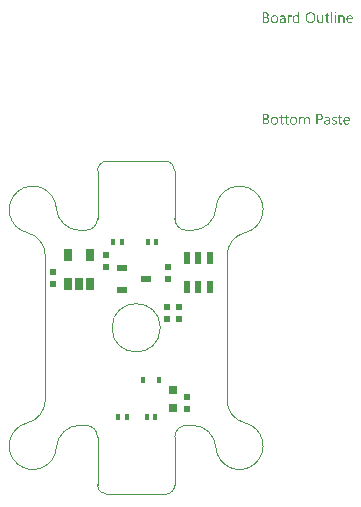
<source format=gbp>
G04*
G04 #@! TF.GenerationSoftware,Altium Limited,Altium Designer,21.8.1 (53)*
G04*
G04 Layer_Color=128*
%FSAX25Y25*%
%MOIN*%
G70*
G04*
G04 #@! TF.SameCoordinates,905CEB84-E458-47E2-99EE-E5A9494BEB7C*
G04*
G04*
G04 #@! TF.FilePolarity,Positive*
G04*
G01*
G75*
%ADD10C,0.00394*%
%ADD23R,0.02362X0.03937*%
%ADD25R,0.02756X0.03937*%
%ADD26R,0.02165X0.01968*%
%ADD30R,0.01968X0.02165*%
%ADD31R,0.01968X0.02165*%
%ADD32R,0.02165X0.01968*%
%ADD34R,0.03543X0.02362*%
%ADD47R,0.02756X0.02756*%
%ADD48R,0.01280X0.02461*%
%ADD49R,0.01575X0.02362*%
G36*
X0066434Y0137775D02*
X0066458D01*
X0066514Y0137751D01*
X0066545Y0137732D01*
X0066576Y0137707D01*
X0066582Y0137701D01*
X0066588Y0137695D01*
X0066619Y0137658D01*
X0066644Y0137596D01*
X0066650Y0137559D01*
X0066656Y0137522D01*
Y0137515D01*
Y0137503D01*
X0066650Y0137484D01*
X0066644Y0137460D01*
X0066625Y0137398D01*
X0066601Y0137367D01*
X0066576Y0137336D01*
X0066570D01*
X0066563Y0137323D01*
X0066526Y0137299D01*
X0066471Y0137274D01*
X0066434Y0137268D01*
X0066396Y0137262D01*
X0066378D01*
X0066359Y0137268D01*
X0066334D01*
X0066273Y0137293D01*
X0066242Y0137305D01*
X0066211Y0137330D01*
Y0137336D01*
X0066198Y0137342D01*
X0066186Y0137361D01*
X0066173Y0137379D01*
X0066149Y0137441D01*
X0066143Y0137478D01*
X0066136Y0137522D01*
Y0137528D01*
Y0137540D01*
X0066143Y0137559D01*
X0066149Y0137590D01*
X0066167Y0137645D01*
X0066186Y0137676D01*
X0066211Y0137707D01*
X0066217Y0137713D01*
X0066223Y0137720D01*
X0066260Y0137744D01*
X0066322Y0137769D01*
X0066359Y0137782D01*
X0066415D01*
X0066434Y0137775D01*
D02*
G37*
G36*
X0054444Y0134111D02*
X0054041D01*
Y0134532D01*
X0054029D01*
Y0134526D01*
X0054016Y0134513D01*
X0053998Y0134488D01*
X0053979Y0134458D01*
X0053948Y0134420D01*
X0053911Y0134383D01*
X0053868Y0134340D01*
X0053818Y0134297D01*
X0053763Y0134247D01*
X0053694Y0134204D01*
X0053626Y0134167D01*
X0053546Y0134129D01*
X0053465Y0134098D01*
X0053373Y0134074D01*
X0053274Y0134061D01*
X0053168Y0134055D01*
X0053125D01*
X0053088Y0134061D01*
X0053051Y0134067D01*
X0053001Y0134074D01*
X0052896Y0134098D01*
X0052772Y0134136D01*
X0052648Y0134197D01*
X0052580Y0134235D01*
X0052525Y0134278D01*
X0052463Y0134334D01*
X0052407Y0134389D01*
Y0134396D01*
X0052395Y0134408D01*
X0052382Y0134426D01*
X0052364Y0134451D01*
X0052345Y0134482D01*
X0052320Y0134526D01*
X0052296Y0134575D01*
X0052271Y0134631D01*
X0052240Y0134693D01*
X0052215Y0134761D01*
X0052190Y0134835D01*
X0052172Y0134915D01*
X0052153Y0135002D01*
X0052141Y0135101D01*
X0052135Y0135200D01*
X0052128Y0135306D01*
Y0135312D01*
Y0135330D01*
Y0135367D01*
X0052135Y0135411D01*
X0052141Y0135460D01*
X0052147Y0135522D01*
X0052153Y0135590D01*
X0052166Y0135664D01*
X0052203Y0135826D01*
X0052258Y0135993D01*
X0052296Y0136073D01*
X0052339Y0136153D01*
X0052382Y0136228D01*
X0052438Y0136302D01*
X0052444Y0136308D01*
X0052450Y0136321D01*
X0052469Y0136339D01*
X0052494Y0136364D01*
X0052525Y0136389D01*
X0052568Y0136420D01*
X0052611Y0136457D01*
X0052661Y0136494D01*
X0052785Y0136562D01*
X0052927Y0136624D01*
X0053007Y0136643D01*
X0053094Y0136661D01*
X0053181Y0136673D01*
X0053280Y0136680D01*
X0053329D01*
X0053366Y0136673D01*
X0053404Y0136667D01*
X0053453Y0136661D01*
X0053565Y0136630D01*
X0053688Y0136581D01*
X0053750Y0136550D01*
X0053812Y0136506D01*
X0053874Y0136463D01*
X0053930Y0136407D01*
X0053979Y0136345D01*
X0054029Y0136271D01*
X0054041D01*
Y0137831D01*
X0054444D01*
Y0134111D01*
D02*
G37*
G36*
X0068711Y0136673D02*
X0068786Y0136667D01*
X0068879Y0136649D01*
X0068978Y0136618D01*
X0069083Y0136568D01*
X0069188Y0136500D01*
X0069231Y0136463D01*
X0069275Y0136414D01*
X0069287Y0136401D01*
X0069312Y0136364D01*
X0069343Y0136302D01*
X0069386Y0136215D01*
X0069423Y0136110D01*
X0069460Y0135980D01*
X0069485Y0135826D01*
X0069491Y0135646D01*
Y0134111D01*
X0069089D01*
Y0135541D01*
Y0135547D01*
Y0135578D01*
X0069083Y0135615D01*
Y0135664D01*
X0069070Y0135726D01*
X0069058Y0135794D01*
X0069039Y0135869D01*
X0069015Y0135943D01*
X0068984Y0136017D01*
X0068947Y0136085D01*
X0068897Y0136153D01*
X0068841Y0136215D01*
X0068779Y0136265D01*
X0068699Y0136302D01*
X0068612Y0136333D01*
X0068507Y0136339D01*
X0068495D01*
X0068458Y0136333D01*
X0068402Y0136327D01*
X0068334Y0136308D01*
X0068253Y0136284D01*
X0068167Y0136240D01*
X0068086Y0136185D01*
X0068006Y0136110D01*
X0068000Y0136098D01*
X0067975Y0136073D01*
X0067944Y0136024D01*
X0067907Y0135956D01*
X0067870Y0135875D01*
X0067839Y0135776D01*
X0067814Y0135664D01*
X0067808Y0135541D01*
Y0134111D01*
X0067405D01*
Y0136624D01*
X0067808D01*
Y0136203D01*
X0067820D01*
X0067826Y0136209D01*
X0067832Y0136222D01*
X0067851Y0136246D01*
X0067876Y0136277D01*
X0067901Y0136314D01*
X0067938Y0136352D01*
X0067981Y0136395D01*
X0068031Y0136444D01*
X0068086Y0136488D01*
X0068148Y0136531D01*
X0068216Y0136568D01*
X0068291Y0136605D01*
X0068365Y0136636D01*
X0068451Y0136661D01*
X0068544Y0136673D01*
X0068643Y0136680D01*
X0068681D01*
X0068711Y0136673D01*
D02*
G37*
G36*
X0051714Y0136661D02*
X0051788Y0136655D01*
X0051831Y0136643D01*
X0051862Y0136630D01*
Y0136215D01*
X0051856Y0136222D01*
X0051844Y0136228D01*
X0051819Y0136240D01*
X0051788Y0136259D01*
X0051745Y0136271D01*
X0051689Y0136284D01*
X0051627Y0136290D01*
X0051559Y0136296D01*
X0051547D01*
X0051516Y0136290D01*
X0051466Y0136284D01*
X0051410Y0136265D01*
X0051336Y0136234D01*
X0051268Y0136191D01*
X0051194Y0136129D01*
X0051126Y0136048D01*
X0051119Y0136036D01*
X0051101Y0136005D01*
X0051070Y0135949D01*
X0051039Y0135875D01*
X0051008Y0135782D01*
X0050977Y0135664D01*
X0050959Y0135535D01*
X0050952Y0135386D01*
Y0134111D01*
X0050550D01*
Y0136624D01*
X0050952D01*
Y0136104D01*
X0050965D01*
Y0136110D01*
X0050971Y0136116D01*
X0050983Y0136147D01*
X0051002Y0136197D01*
X0051033Y0136259D01*
X0051064Y0136321D01*
X0051113Y0136389D01*
X0051163Y0136457D01*
X0051225Y0136519D01*
X0051231Y0136525D01*
X0051256Y0136544D01*
X0051293Y0136568D01*
X0051342Y0136593D01*
X0051398Y0136618D01*
X0051466Y0136643D01*
X0051540Y0136661D01*
X0051621Y0136667D01*
X0051676D01*
X0051714Y0136661D01*
D02*
G37*
G36*
X0062453Y0134111D02*
X0062051D01*
Y0134507D01*
X0062039D01*
Y0134501D01*
X0062026Y0134488D01*
X0062014Y0134464D01*
X0061989Y0134439D01*
X0061933Y0134365D01*
X0061847Y0134284D01*
X0061797Y0134241D01*
X0061742Y0134197D01*
X0061680Y0134160D01*
X0061605Y0134123D01*
X0061531Y0134098D01*
X0061450Y0134074D01*
X0061358Y0134061D01*
X0061265Y0134055D01*
X0061228D01*
X0061184Y0134061D01*
X0061123Y0134074D01*
X0061054Y0134086D01*
X0060980Y0134111D01*
X0060900Y0134142D01*
X0060819Y0134191D01*
X0060733Y0134247D01*
X0060652Y0134315D01*
X0060578Y0134402D01*
X0060510Y0134507D01*
X0060448Y0134625D01*
X0060404Y0134767D01*
X0060380Y0134934D01*
X0060367Y0135021D01*
Y0135120D01*
Y0136624D01*
X0060764D01*
Y0135182D01*
Y0135176D01*
Y0135151D01*
X0060770Y0135107D01*
X0060776Y0135058D01*
X0060782Y0134996D01*
X0060794Y0134934D01*
X0060813Y0134860D01*
X0060838Y0134785D01*
X0060875Y0134711D01*
X0060912Y0134643D01*
X0060962Y0134575D01*
X0061023Y0134513D01*
X0061092Y0134464D01*
X0061172Y0134426D01*
X0061271Y0134396D01*
X0061376Y0134389D01*
X0061389D01*
X0061426Y0134396D01*
X0061481Y0134402D01*
X0061543Y0134414D01*
X0061624Y0134445D01*
X0061704Y0134482D01*
X0061785Y0134532D01*
X0061859Y0134606D01*
X0061865Y0134618D01*
X0061890Y0134643D01*
X0061921Y0134693D01*
X0061958Y0134761D01*
X0061989Y0134841D01*
X0062020Y0134940D01*
X0062045Y0135052D01*
X0062051Y0135176D01*
Y0136624D01*
X0062453D01*
Y0134111D01*
D02*
G37*
G36*
X0066588D02*
X0066186D01*
Y0136624D01*
X0066588D01*
Y0134111D01*
D02*
G37*
G36*
X0065369D02*
X0064966D01*
Y0137831D01*
X0065369D01*
Y0134111D01*
D02*
G37*
G36*
X0048990Y0136673D02*
X0049046Y0136667D01*
X0049114Y0136649D01*
X0049188Y0136630D01*
X0049269Y0136599D01*
X0049355Y0136562D01*
X0049436Y0136513D01*
X0049516Y0136451D01*
X0049591Y0136376D01*
X0049659Y0136284D01*
X0049714Y0136178D01*
X0049758Y0136055D01*
X0049782Y0135912D01*
X0049795Y0135745D01*
Y0134111D01*
X0049392D01*
Y0134501D01*
X0049380D01*
Y0134495D01*
X0049368Y0134482D01*
X0049355Y0134458D01*
X0049330Y0134433D01*
X0049269Y0134358D01*
X0049188Y0134278D01*
X0049077Y0134197D01*
X0048947Y0134123D01*
X0048866Y0134098D01*
X0048786Y0134074D01*
X0048699Y0134061D01*
X0048606Y0134055D01*
X0048569D01*
X0048544Y0134061D01*
X0048476Y0134067D01*
X0048396Y0134080D01*
X0048297Y0134105D01*
X0048204Y0134136D01*
X0048105Y0134185D01*
X0048018Y0134247D01*
X0048012Y0134259D01*
X0047987Y0134284D01*
X0047950Y0134327D01*
X0047913Y0134389D01*
X0047876Y0134464D01*
X0047839Y0134550D01*
X0047814Y0134656D01*
X0047808Y0134773D01*
Y0134779D01*
Y0134804D01*
X0047814Y0134841D01*
X0047820Y0134885D01*
X0047833Y0134940D01*
X0047851Y0135002D01*
X0047876Y0135070D01*
X0047913Y0135138D01*
X0047956Y0135213D01*
X0048012Y0135287D01*
X0048080Y0135355D01*
X0048161Y0135417D01*
X0048254Y0135479D01*
X0048365Y0135528D01*
X0048489Y0135565D01*
X0048637Y0135596D01*
X0049392Y0135702D01*
Y0135708D01*
Y0135726D01*
X0049386Y0135764D01*
Y0135801D01*
X0049374Y0135850D01*
X0049368Y0135906D01*
X0049330Y0136024D01*
X0049300Y0136079D01*
X0049269Y0136135D01*
X0049225Y0136191D01*
X0049176Y0136240D01*
X0049114Y0136284D01*
X0049046Y0136314D01*
X0048965Y0136333D01*
X0048873Y0136339D01*
X0048829D01*
X0048798Y0136333D01*
X0048755D01*
X0048711Y0136321D01*
X0048600Y0136302D01*
X0048476Y0136265D01*
X0048340Y0136209D01*
X0048266Y0136172D01*
X0048198Y0136135D01*
X0048123Y0136085D01*
X0048055Y0136030D01*
Y0136444D01*
X0048062D01*
X0048074Y0136457D01*
X0048092Y0136469D01*
X0048123Y0136482D01*
X0048154Y0136500D01*
X0048198Y0136519D01*
X0048247Y0136537D01*
X0048303Y0136562D01*
X0048427Y0136605D01*
X0048575Y0136643D01*
X0048736Y0136667D01*
X0048910Y0136680D01*
X0048947D01*
X0048990Y0136673D01*
D02*
G37*
G36*
X0043301Y0137621D02*
X0043345D01*
X0043388Y0137614D01*
X0043487Y0137602D01*
X0043605Y0137571D01*
X0043729Y0137534D01*
X0043846Y0137478D01*
X0043951Y0137404D01*
X0043958D01*
X0043964Y0137391D01*
X0043995Y0137367D01*
X0044038Y0137317D01*
X0044088Y0137249D01*
X0044131Y0137162D01*
X0044174Y0137064D01*
X0044205Y0136952D01*
X0044218Y0136890D01*
Y0136822D01*
Y0136816D01*
Y0136810D01*
Y0136773D01*
X0044211Y0136717D01*
X0044199Y0136649D01*
X0044180Y0136562D01*
X0044150Y0136475D01*
X0044112Y0136389D01*
X0044057Y0136302D01*
X0044050Y0136290D01*
X0044026Y0136265D01*
X0043988Y0136228D01*
X0043939Y0136178D01*
X0043877Y0136129D01*
X0043803Y0136073D01*
X0043710Y0136030D01*
X0043611Y0135986D01*
Y0135980D01*
X0043630D01*
X0043648Y0135974D01*
X0043667Y0135968D01*
X0043735Y0135956D01*
X0043815Y0135931D01*
X0043902Y0135894D01*
X0043995Y0135850D01*
X0044088Y0135788D01*
X0044174Y0135708D01*
X0044187Y0135696D01*
X0044211Y0135664D01*
X0044242Y0135621D01*
X0044286Y0135553D01*
X0044323Y0135467D01*
X0044360Y0135367D01*
X0044385Y0135250D01*
X0044391Y0135120D01*
Y0135114D01*
Y0135101D01*
Y0135076D01*
X0044385Y0135046D01*
X0044379Y0135008D01*
X0044372Y0134965D01*
X0044348Y0134860D01*
X0044310Y0134742D01*
X0044255Y0134618D01*
X0044218Y0134563D01*
X0044174Y0134501D01*
X0044118Y0134445D01*
X0044063Y0134389D01*
X0044057D01*
X0044050Y0134377D01*
X0044032Y0134365D01*
X0044007Y0134346D01*
X0043976Y0134327D01*
X0043933Y0134303D01*
X0043840Y0134253D01*
X0043722Y0134197D01*
X0043586Y0134154D01*
X0043425Y0134123D01*
X0043345Y0134117D01*
X0043252Y0134111D01*
X0042224D01*
Y0137627D01*
X0043270D01*
X0043301Y0137621D01*
D02*
G37*
G36*
X0063797Y0136624D02*
X0064434D01*
Y0136277D01*
X0063797D01*
Y0134860D01*
Y0134847D01*
Y0134817D01*
X0063803Y0134773D01*
X0063809Y0134718D01*
X0063834Y0134600D01*
X0063852Y0134544D01*
X0063883Y0134501D01*
X0063889Y0134495D01*
X0063902Y0134482D01*
X0063920Y0134470D01*
X0063951Y0134451D01*
X0063988Y0134426D01*
X0064038Y0134414D01*
X0064100Y0134402D01*
X0064168Y0134396D01*
X0064193D01*
X0064224Y0134402D01*
X0064261Y0134408D01*
X0064347Y0134433D01*
X0064391Y0134451D01*
X0064434Y0134476D01*
Y0134129D01*
X0064428D01*
X0064409Y0134117D01*
X0064378Y0134111D01*
X0064335Y0134098D01*
X0064279Y0134086D01*
X0064218Y0134074D01*
X0064143Y0134067D01*
X0064056Y0134061D01*
X0064026D01*
X0063995Y0134067D01*
X0063951Y0134074D01*
X0063902Y0134086D01*
X0063846Y0134098D01*
X0063790Y0134123D01*
X0063728Y0134154D01*
X0063667Y0134191D01*
X0063605Y0134241D01*
X0063549Y0134297D01*
X0063499Y0134371D01*
X0063456Y0134451D01*
X0063425Y0134550D01*
X0063400Y0134662D01*
X0063394Y0134792D01*
Y0136277D01*
X0062967D01*
Y0136624D01*
X0063394D01*
Y0137237D01*
X0063797Y0137367D01*
Y0136624D01*
D02*
G37*
G36*
X0071324Y0136673D02*
X0071367Y0136667D01*
X0071410Y0136661D01*
X0071522Y0136643D01*
X0071645Y0136599D01*
X0071769Y0136544D01*
X0071831Y0136506D01*
X0071893Y0136463D01*
X0071949Y0136414D01*
X0072004Y0136358D01*
X0072011Y0136352D01*
X0072017Y0136345D01*
X0072029Y0136327D01*
X0072048Y0136302D01*
X0072066Y0136265D01*
X0072091Y0136228D01*
X0072116Y0136185D01*
X0072141Y0136129D01*
X0072165Y0136067D01*
X0072190Y0136005D01*
X0072215Y0135931D01*
X0072233Y0135850D01*
X0072252Y0135764D01*
X0072264Y0135677D01*
X0072277Y0135578D01*
Y0135473D01*
Y0135262D01*
X0070500D01*
Y0135256D01*
Y0135244D01*
Y0135225D01*
X0070507Y0135194D01*
X0070513Y0135157D01*
Y0135120D01*
X0070531Y0135021D01*
X0070562Y0134922D01*
X0070599Y0134810D01*
X0070655Y0134705D01*
X0070723Y0134612D01*
X0070736Y0134600D01*
X0070760Y0134575D01*
X0070810Y0134544D01*
X0070878Y0134501D01*
X0070965Y0134458D01*
X0071064Y0134426D01*
X0071181Y0134402D01*
X0071317Y0134389D01*
X0071361D01*
X0071392Y0134396D01*
X0071429D01*
X0071472Y0134402D01*
X0071577Y0134426D01*
X0071695Y0134458D01*
X0071825Y0134507D01*
X0071961Y0134575D01*
X0072029Y0134618D01*
X0072097Y0134668D01*
Y0134290D01*
X0072091D01*
X0072085Y0134278D01*
X0072066Y0134272D01*
X0072035Y0134253D01*
X0072004Y0134235D01*
X0071967Y0134216D01*
X0071918Y0134197D01*
X0071868Y0134173D01*
X0071806Y0134148D01*
X0071738Y0134129D01*
X0071590Y0134092D01*
X0071416Y0134067D01*
X0071224Y0134055D01*
X0071175D01*
X0071138Y0134061D01*
X0071095Y0134067D01*
X0071039Y0134074D01*
X0070921Y0134098D01*
X0070785Y0134136D01*
X0070649Y0134197D01*
X0070581Y0134241D01*
X0070513Y0134284D01*
X0070451Y0134334D01*
X0070389Y0134396D01*
X0070383Y0134402D01*
X0070376Y0134414D01*
X0070364Y0134433D01*
X0070339Y0134458D01*
X0070321Y0134495D01*
X0070296Y0134538D01*
X0070265Y0134588D01*
X0070240Y0134643D01*
X0070209Y0134705D01*
X0070185Y0134779D01*
X0070154Y0134860D01*
X0070135Y0134947D01*
X0070117Y0135039D01*
X0070098Y0135138D01*
X0070092Y0135244D01*
X0070086Y0135355D01*
Y0135361D01*
Y0135380D01*
Y0135411D01*
X0070092Y0135454D01*
X0070098Y0135504D01*
X0070104Y0135559D01*
X0070110Y0135627D01*
X0070129Y0135696D01*
X0070166Y0135844D01*
X0070222Y0136005D01*
X0070259Y0136085D01*
X0070308Y0136160D01*
X0070358Y0136240D01*
X0070414Y0136308D01*
X0070420Y0136314D01*
X0070432Y0136327D01*
X0070451Y0136345D01*
X0070476Y0136364D01*
X0070507Y0136395D01*
X0070544Y0136426D01*
X0070593Y0136457D01*
X0070643Y0136494D01*
X0070760Y0136562D01*
X0070903Y0136624D01*
X0070983Y0136643D01*
X0071064Y0136661D01*
X0071150Y0136673D01*
X0071243Y0136680D01*
X0071293D01*
X0071324Y0136673D01*
D02*
G37*
G36*
X0058281Y0137682D02*
X0058343Y0137676D01*
X0058417Y0137664D01*
X0058498Y0137645D01*
X0058585Y0137627D01*
X0058671Y0137602D01*
X0058770Y0137571D01*
X0058863Y0137528D01*
X0058962Y0137478D01*
X0059061Y0137423D01*
X0059154Y0137354D01*
X0059247Y0137280D01*
X0059334Y0137194D01*
X0059340Y0137187D01*
X0059352Y0137169D01*
X0059377Y0137144D01*
X0059402Y0137107D01*
X0059439Y0137057D01*
X0059476Y0136995D01*
X0059513Y0136927D01*
X0059556Y0136853D01*
X0059600Y0136760D01*
X0059637Y0136667D01*
X0059674Y0136562D01*
X0059711Y0136444D01*
X0059736Y0136327D01*
X0059761Y0136197D01*
X0059773Y0136055D01*
X0059779Y0135912D01*
Y0135900D01*
Y0135875D01*
Y0135832D01*
X0059773Y0135770D01*
X0059767Y0135696D01*
X0059755Y0135615D01*
X0059742Y0135522D01*
X0059724Y0135417D01*
X0059699Y0135312D01*
X0059668Y0135200D01*
X0059631Y0135089D01*
X0059587Y0134977D01*
X0059532Y0134860D01*
X0059470Y0134755D01*
X0059402Y0134649D01*
X0059321Y0134550D01*
X0059315Y0134544D01*
X0059303Y0134532D01*
X0059272Y0134507D01*
X0059241Y0134476D01*
X0059191Y0134433D01*
X0059136Y0134396D01*
X0059074Y0134346D01*
X0058999Y0134303D01*
X0058919Y0134259D01*
X0058826Y0134210D01*
X0058727Y0134173D01*
X0058615Y0134136D01*
X0058498Y0134098D01*
X0058374Y0134074D01*
X0058244Y0134061D01*
X0058102Y0134055D01*
X0058071D01*
X0058027Y0134061D01*
X0057978D01*
X0057916Y0134067D01*
X0057842Y0134080D01*
X0057761Y0134098D01*
X0057668Y0134117D01*
X0057576Y0134142D01*
X0057477Y0134173D01*
X0057377Y0134216D01*
X0057279Y0134259D01*
X0057179Y0134315D01*
X0057080Y0134383D01*
X0056988Y0134458D01*
X0056901Y0134544D01*
X0056895Y0134550D01*
X0056882Y0134569D01*
X0056858Y0134594D01*
X0056833Y0134631D01*
X0056796Y0134680D01*
X0056758Y0134742D01*
X0056721Y0134810D01*
X0056678Y0134891D01*
X0056635Y0134977D01*
X0056598Y0135070D01*
X0056560Y0135176D01*
X0056523Y0135293D01*
X0056498Y0135411D01*
X0056474Y0135541D01*
X0056461Y0135683D01*
X0056455Y0135826D01*
Y0135838D01*
Y0135863D01*
X0056461Y0135906D01*
Y0135968D01*
X0056468Y0136036D01*
X0056480Y0136123D01*
X0056492Y0136215D01*
X0056511Y0136314D01*
X0056536Y0136420D01*
X0056567Y0136531D01*
X0056604Y0136643D01*
X0056647Y0136754D01*
X0056703Y0136865D01*
X0056765Y0136977D01*
X0056833Y0137082D01*
X0056913Y0137181D01*
X0056919Y0137187D01*
X0056932Y0137206D01*
X0056963Y0137231D01*
X0057000Y0137262D01*
X0057043Y0137299D01*
X0057099Y0137342D01*
X0057167Y0137385D01*
X0057241Y0137435D01*
X0057328Y0137484D01*
X0057421Y0137528D01*
X0057520Y0137571D01*
X0057631Y0137608D01*
X0057755Y0137639D01*
X0057885Y0137670D01*
X0058021Y0137682D01*
X0058164Y0137689D01*
X0058232D01*
X0058281Y0137682D01*
D02*
G37*
G36*
X0046254Y0136673D02*
X0046297Y0136667D01*
X0046353Y0136661D01*
X0046477Y0136636D01*
X0046619Y0136593D01*
X0046762Y0136531D01*
X0046836Y0136494D01*
X0046904Y0136451D01*
X0046972Y0136395D01*
X0047034Y0136333D01*
X0047040Y0136327D01*
X0047046Y0136314D01*
X0047065Y0136296D01*
X0047084Y0136271D01*
X0047108Y0136234D01*
X0047133Y0136191D01*
X0047164Y0136141D01*
X0047195Y0136085D01*
X0047220Y0136017D01*
X0047251Y0135949D01*
X0047275Y0135869D01*
X0047300Y0135782D01*
X0047319Y0135689D01*
X0047337Y0135590D01*
X0047344Y0135485D01*
X0047350Y0135374D01*
Y0135367D01*
Y0135349D01*
Y0135318D01*
X0047344Y0135275D01*
X0047337Y0135225D01*
X0047331Y0135163D01*
X0047319Y0135101D01*
X0047306Y0135027D01*
X0047269Y0134878D01*
X0047207Y0134718D01*
X0047170Y0134637D01*
X0047121Y0134556D01*
X0047071Y0134482D01*
X0047009Y0134414D01*
X0047003Y0134408D01*
X0046991Y0134402D01*
X0046972Y0134383D01*
X0046947Y0134358D01*
X0046910Y0134334D01*
X0046873Y0134303D01*
X0046824Y0134266D01*
X0046768Y0134235D01*
X0046706Y0134204D01*
X0046638Y0134167D01*
X0046564Y0134136D01*
X0046483Y0134111D01*
X0046396Y0134086D01*
X0046304Y0134074D01*
X0046205Y0134061D01*
X0046099Y0134055D01*
X0046044D01*
X0046007Y0134061D01*
X0045963Y0134067D01*
X0045908Y0134074D01*
X0045845Y0134086D01*
X0045777Y0134098D01*
X0045635Y0134142D01*
X0045487Y0134204D01*
X0045412Y0134241D01*
X0045344Y0134290D01*
X0045276Y0134340D01*
X0045208Y0134402D01*
X0045202Y0134408D01*
X0045196Y0134420D01*
X0045177Y0134439D01*
X0045158Y0134464D01*
X0045134Y0134501D01*
X0045103Y0134544D01*
X0045072Y0134594D01*
X0045047Y0134649D01*
X0045016Y0134718D01*
X0044985Y0134785D01*
X0044954Y0134860D01*
X0044929Y0134947D01*
X0044892Y0135132D01*
X0044886Y0135231D01*
X0044880Y0135336D01*
Y0135343D01*
Y0135367D01*
Y0135398D01*
X0044886Y0135442D01*
X0044892Y0135491D01*
X0044899Y0135553D01*
X0044911Y0135621D01*
X0044923Y0135696D01*
X0044960Y0135856D01*
X0045022Y0136017D01*
X0045066Y0136098D01*
X0045109Y0136178D01*
X0045158Y0136253D01*
X0045220Y0136321D01*
X0045226Y0136327D01*
X0045239Y0136339D01*
X0045257Y0136352D01*
X0045282Y0136376D01*
X0045319Y0136401D01*
X0045363Y0136432D01*
X0045412Y0136469D01*
X0045468Y0136500D01*
X0045530Y0136531D01*
X0045604Y0136568D01*
X0045678Y0136599D01*
X0045765Y0136624D01*
X0045852Y0136649D01*
X0045951Y0136667D01*
X0046056Y0136673D01*
X0046161Y0136680D01*
X0046217D01*
X0046254Y0136673D01*
D02*
G37*
G36*
X0066353Y0102815D02*
X0066434Y0102809D01*
X0066520Y0102797D01*
X0066619Y0102772D01*
X0066718Y0102747D01*
X0066817Y0102710D01*
Y0102302D01*
X0066805Y0102308D01*
X0066768Y0102332D01*
X0066712Y0102357D01*
X0066638Y0102394D01*
X0066545Y0102425D01*
X0066434Y0102456D01*
X0066310Y0102475D01*
X0066180Y0102481D01*
X0066112D01*
X0066050Y0102469D01*
X0065975Y0102456D01*
X0065969D01*
X0065963Y0102450D01*
X0065926Y0102438D01*
X0065876Y0102413D01*
X0065821Y0102382D01*
X0065808Y0102376D01*
X0065784Y0102351D01*
X0065753Y0102314D01*
X0065722Y0102270D01*
X0065715Y0102258D01*
X0065703Y0102227D01*
X0065691Y0102184D01*
X0065684Y0102128D01*
Y0102122D01*
Y0102110D01*
Y0102091D01*
X0065691Y0102072D01*
X0065703Y0102017D01*
X0065722Y0101961D01*
X0065728Y0101949D01*
X0065746Y0101924D01*
X0065784Y0101887D01*
X0065827Y0101843D01*
X0065833D01*
X0065839Y0101837D01*
X0065876Y0101813D01*
X0065926Y0101781D01*
X0065994Y0101751D01*
X0066000D01*
X0066013Y0101744D01*
X0066031Y0101738D01*
X0066062Y0101726D01*
X0066130Y0101701D01*
X0066217Y0101664D01*
X0066223D01*
X0066248Y0101652D01*
X0066279Y0101639D01*
X0066316Y0101627D01*
X0066415Y0101583D01*
X0066514Y0101534D01*
X0066520D01*
X0066539Y0101522D01*
X0066563Y0101509D01*
X0066594Y0101491D01*
X0066669Y0101441D01*
X0066743Y0101379D01*
X0066749Y0101373D01*
X0066762Y0101367D01*
X0066774Y0101348D01*
X0066799Y0101323D01*
X0066842Y0101261D01*
X0066885Y0101181D01*
Y0101175D01*
X0066891Y0101163D01*
X0066904Y0101138D01*
X0066910Y0101107D01*
X0066922Y0101070D01*
X0066929Y0101026D01*
X0066935Y0100921D01*
Y0100915D01*
Y0100890D01*
X0066929Y0100853D01*
X0066922Y0100810D01*
X0066916Y0100760D01*
X0066898Y0100704D01*
X0066879Y0100655D01*
X0066848Y0100599D01*
X0066842Y0100593D01*
X0066836Y0100575D01*
X0066817Y0100550D01*
X0066793Y0100519D01*
X0066762Y0100482D01*
X0066724Y0100444D01*
X0066632Y0100370D01*
X0066625Y0100364D01*
X0066607Y0100358D01*
X0066582Y0100339D01*
X0066539Y0100321D01*
X0066495Y0100296D01*
X0066440Y0100277D01*
X0066384Y0100259D01*
X0066316Y0100240D01*
X0066310D01*
X0066285Y0100234D01*
X0066248Y0100228D01*
X0066205Y0100222D01*
X0066143Y0100209D01*
X0066081Y0100203D01*
X0065938Y0100197D01*
X0065876D01*
X0065802Y0100203D01*
X0065709Y0100215D01*
X0065604Y0100234D01*
X0065493Y0100259D01*
X0065381Y0100290D01*
X0065270Y0100339D01*
Y0100773D01*
X0065276D01*
X0065282Y0100760D01*
X0065301Y0100748D01*
X0065325Y0100735D01*
X0065394Y0100698D01*
X0065486Y0100655D01*
X0065592Y0100605D01*
X0065715Y0100568D01*
X0065852Y0100543D01*
X0065994Y0100531D01*
X0066044D01*
X0066075Y0100537D01*
X0066161Y0100550D01*
X0066260Y0100575D01*
X0066353Y0100618D01*
X0066396Y0100649D01*
X0066440Y0100680D01*
X0066471Y0100723D01*
X0066495Y0100766D01*
X0066514Y0100822D01*
X0066520Y0100884D01*
Y0100890D01*
Y0100902D01*
Y0100921D01*
X0066514Y0100940D01*
X0066502Y0100995D01*
X0066477Y0101051D01*
Y0101057D01*
X0066471Y0101064D01*
X0066446Y0101094D01*
X0066409Y0101138D01*
X0066353Y0101175D01*
X0066347D01*
X0066341Y0101187D01*
X0066303Y0101206D01*
X0066248Y0101243D01*
X0066173Y0101274D01*
X0066167D01*
X0066155Y0101280D01*
X0066136Y0101293D01*
X0066105Y0101305D01*
X0066037Y0101330D01*
X0065951Y0101367D01*
X0065944D01*
X0065920Y0101379D01*
X0065889Y0101391D01*
X0065852Y0101404D01*
X0065753Y0101447D01*
X0065654Y0101497D01*
X0065647Y0101503D01*
X0065635Y0101509D01*
X0065610Y0101522D01*
X0065579Y0101540D01*
X0065511Y0101590D01*
X0065443Y0101645D01*
X0065437Y0101652D01*
X0065431Y0101658D01*
X0065412Y0101676D01*
X0065394Y0101701D01*
X0065350Y0101763D01*
X0065313Y0101837D01*
Y0101843D01*
X0065307Y0101856D01*
X0065301Y0101881D01*
X0065294Y0101911D01*
X0065288Y0101949D01*
X0065282Y0101992D01*
X0065276Y0102097D01*
Y0102103D01*
Y0102128D01*
X0065282Y0102159D01*
X0065288Y0102202D01*
X0065294Y0102252D01*
X0065313Y0102302D01*
X0065332Y0102357D01*
X0065356Y0102407D01*
X0065363Y0102413D01*
X0065369Y0102431D01*
X0065387Y0102456D01*
X0065412Y0102487D01*
X0065480Y0102561D01*
X0065567Y0102636D01*
X0065573Y0102642D01*
X0065592Y0102648D01*
X0065616Y0102667D01*
X0065660Y0102685D01*
X0065703Y0102710D01*
X0065753Y0102735D01*
X0065876Y0102772D01*
X0065883D01*
X0065907Y0102778D01*
X0065938Y0102790D01*
X0065988Y0102797D01*
X0066037Y0102809D01*
X0066099Y0102815D01*
X0066235Y0102821D01*
X0066291D01*
X0066353Y0102815D01*
D02*
G37*
G36*
X0057161D02*
X0057217Y0102803D01*
X0057279Y0102790D01*
X0057347Y0102766D01*
X0057427Y0102735D01*
X0057501Y0102691D01*
X0057582Y0102642D01*
X0057656Y0102574D01*
X0057724Y0102487D01*
X0057786Y0102388D01*
X0057842Y0102277D01*
X0057879Y0102134D01*
X0057910Y0101980D01*
X0057916Y0101800D01*
Y0100253D01*
X0057514D01*
Y0101695D01*
Y0101701D01*
Y0101713D01*
Y0101732D01*
Y0101763D01*
X0057507Y0101837D01*
X0057495Y0101924D01*
X0057483Y0102023D01*
X0057458Y0102122D01*
X0057427Y0102215D01*
X0057384Y0102295D01*
X0057377Y0102302D01*
X0057359Y0102326D01*
X0057328Y0102357D01*
X0057279Y0102388D01*
X0057223Y0102425D01*
X0057148Y0102450D01*
X0057056Y0102475D01*
X0056950Y0102481D01*
X0056938D01*
X0056907Y0102475D01*
X0056858Y0102469D01*
X0056796Y0102450D01*
X0056728Y0102425D01*
X0056653Y0102382D01*
X0056579Y0102326D01*
X0056511Y0102246D01*
X0056505Y0102233D01*
X0056486Y0102202D01*
X0056455Y0102153D01*
X0056424Y0102085D01*
X0056387Y0102004D01*
X0056362Y0101911D01*
X0056338Y0101800D01*
X0056331Y0101682D01*
Y0100253D01*
X0055929D01*
Y0101744D01*
Y0101751D01*
Y0101775D01*
X0055923Y0101813D01*
Y0101862D01*
X0055910Y0101918D01*
X0055898Y0101980D01*
X0055879Y0102041D01*
X0055861Y0102116D01*
X0055830Y0102184D01*
X0055793Y0102246D01*
X0055743Y0102308D01*
X0055688Y0102363D01*
X0055626Y0102413D01*
X0055545Y0102450D01*
X0055459Y0102475D01*
X0055360Y0102481D01*
X0055347D01*
X0055316Y0102475D01*
X0055267Y0102469D01*
X0055205Y0102456D01*
X0055137Y0102425D01*
X0055063Y0102388D01*
X0054988Y0102332D01*
X0054920Y0102258D01*
X0054914Y0102246D01*
X0054895Y0102221D01*
X0054864Y0102172D01*
X0054833Y0102103D01*
X0054803Y0102023D01*
X0054772Y0101924D01*
X0054753Y0101813D01*
X0054747Y0101682D01*
Y0100253D01*
X0054344D01*
Y0102766D01*
X0054747D01*
Y0102363D01*
X0054759D01*
X0054765Y0102370D01*
X0054772Y0102382D01*
X0054790Y0102407D01*
X0054809Y0102438D01*
X0054871Y0102506D01*
X0054957Y0102592D01*
X0055069Y0102679D01*
X0055199Y0102747D01*
X0055279Y0102778D01*
X0055360Y0102803D01*
X0055446Y0102815D01*
X0055539Y0102821D01*
X0055582D01*
X0055632Y0102815D01*
X0055694Y0102803D01*
X0055762Y0102784D01*
X0055836Y0102760D01*
X0055910Y0102729D01*
X0055985Y0102679D01*
X0055991Y0102673D01*
X0056016Y0102654D01*
X0056047Y0102623D01*
X0056090Y0102580D01*
X0056133Y0102524D01*
X0056177Y0102462D01*
X0056220Y0102388D01*
X0056251Y0102302D01*
X0056257Y0102308D01*
X0056263Y0102326D01*
X0056282Y0102351D01*
X0056300Y0102382D01*
X0056331Y0102425D01*
X0056369Y0102469D01*
X0056412Y0102512D01*
X0056461Y0102561D01*
X0056517Y0102611D01*
X0056579Y0102654D01*
X0056647Y0102704D01*
X0056721Y0102741D01*
X0056802Y0102772D01*
X0056889Y0102797D01*
X0056988Y0102815D01*
X0057087Y0102821D01*
X0057124D01*
X0057161Y0102815D01*
D02*
G37*
G36*
X0063858D02*
X0063914Y0102809D01*
X0063982Y0102790D01*
X0064056Y0102772D01*
X0064137Y0102741D01*
X0064224Y0102704D01*
X0064304Y0102654D01*
X0064385Y0102592D01*
X0064459Y0102518D01*
X0064527Y0102425D01*
X0064583Y0102320D01*
X0064626Y0102196D01*
X0064651Y0102054D01*
X0064663Y0101887D01*
Y0100253D01*
X0064261D01*
Y0100643D01*
X0064248D01*
Y0100636D01*
X0064236Y0100624D01*
X0064224Y0100599D01*
X0064199Y0100575D01*
X0064137Y0100500D01*
X0064056Y0100420D01*
X0063945Y0100339D01*
X0063815Y0100265D01*
X0063735Y0100240D01*
X0063654Y0100215D01*
X0063568Y0100203D01*
X0063475Y0100197D01*
X0063437D01*
X0063413Y0100203D01*
X0063345Y0100209D01*
X0063264Y0100222D01*
X0063165Y0100246D01*
X0063072Y0100277D01*
X0062973Y0100327D01*
X0062887Y0100389D01*
X0062880Y0100401D01*
X0062856Y0100426D01*
X0062818Y0100469D01*
X0062781Y0100531D01*
X0062744Y0100605D01*
X0062707Y0100692D01*
X0062682Y0100797D01*
X0062676Y0100915D01*
Y0100921D01*
Y0100946D01*
X0062682Y0100983D01*
X0062688Y0101026D01*
X0062701Y0101082D01*
X0062720Y0101144D01*
X0062744Y0101212D01*
X0062781Y0101280D01*
X0062825Y0101354D01*
X0062880Y0101429D01*
X0062949Y0101497D01*
X0063029Y0101559D01*
X0063122Y0101621D01*
X0063233Y0101670D01*
X0063357Y0101707D01*
X0063506Y0101738D01*
X0064261Y0101843D01*
Y0101850D01*
Y0101868D01*
X0064255Y0101905D01*
Y0101942D01*
X0064242Y0101992D01*
X0064236Y0102048D01*
X0064199Y0102165D01*
X0064168Y0102221D01*
X0064137Y0102277D01*
X0064094Y0102332D01*
X0064044Y0102382D01*
X0063982Y0102425D01*
X0063914Y0102456D01*
X0063834Y0102475D01*
X0063741Y0102481D01*
X0063697D01*
X0063667Y0102475D01*
X0063623D01*
X0063580Y0102462D01*
X0063468Y0102444D01*
X0063345Y0102407D01*
X0063209Y0102351D01*
X0063134Y0102314D01*
X0063066Y0102277D01*
X0062992Y0102227D01*
X0062924Y0102172D01*
Y0102586D01*
X0062930D01*
X0062942Y0102599D01*
X0062961Y0102611D01*
X0062992Y0102623D01*
X0063023Y0102642D01*
X0063066Y0102661D01*
X0063116Y0102679D01*
X0063171Y0102704D01*
X0063295Y0102747D01*
X0063444Y0102784D01*
X0063605Y0102809D01*
X0063778Y0102821D01*
X0063815D01*
X0063858Y0102815D01*
D02*
G37*
G36*
X0061160Y0103762D02*
X0061209D01*
X0061259Y0103756D01*
X0061389Y0103731D01*
X0061525Y0103700D01*
X0061673Y0103651D01*
X0061816Y0103583D01*
X0061878Y0103540D01*
X0061940Y0103490D01*
X0061946D01*
X0061952Y0103478D01*
X0061971Y0103459D01*
X0061989Y0103440D01*
X0062039Y0103378D01*
X0062100Y0103292D01*
X0062156Y0103180D01*
X0062206Y0103050D01*
X0062243Y0102896D01*
X0062249Y0102809D01*
X0062255Y0102716D01*
Y0102710D01*
Y0102691D01*
Y0102667D01*
X0062249Y0102636D01*
X0062243Y0102592D01*
X0062237Y0102543D01*
X0062212Y0102425D01*
X0062169Y0102295D01*
X0062107Y0102159D01*
X0062069Y0102091D01*
X0062026Y0102023D01*
X0061971Y0101955D01*
X0061909Y0101893D01*
X0061902Y0101887D01*
X0061890Y0101881D01*
X0061871Y0101862D01*
X0061847Y0101843D01*
X0061810Y0101819D01*
X0061766Y0101794D01*
X0061717Y0101763D01*
X0061661Y0101738D01*
X0061599Y0101707D01*
X0061531Y0101676D01*
X0061450Y0101652D01*
X0061370Y0101627D01*
X0061184Y0101590D01*
X0061085Y0101583D01*
X0060980Y0101577D01*
X0060516D01*
Y0100253D01*
X0060101D01*
Y0103769D01*
X0061123D01*
X0061160Y0103762D01*
D02*
G37*
G36*
X0043301D02*
X0043345D01*
X0043388Y0103756D01*
X0043487Y0103744D01*
X0043605Y0103713D01*
X0043729Y0103676D01*
X0043846Y0103620D01*
X0043951Y0103546D01*
X0043958D01*
X0043964Y0103533D01*
X0043995Y0103508D01*
X0044038Y0103459D01*
X0044088Y0103391D01*
X0044131Y0103304D01*
X0044174Y0103205D01*
X0044205Y0103094D01*
X0044218Y0103032D01*
Y0102964D01*
Y0102958D01*
Y0102951D01*
Y0102914D01*
X0044211Y0102859D01*
X0044199Y0102790D01*
X0044180Y0102704D01*
X0044150Y0102617D01*
X0044112Y0102531D01*
X0044057Y0102444D01*
X0044050Y0102431D01*
X0044026Y0102407D01*
X0043988Y0102370D01*
X0043939Y0102320D01*
X0043877Y0102270D01*
X0043803Y0102215D01*
X0043710Y0102172D01*
X0043611Y0102128D01*
Y0102122D01*
X0043630D01*
X0043648Y0102116D01*
X0043667Y0102110D01*
X0043735Y0102097D01*
X0043815Y0102072D01*
X0043902Y0102035D01*
X0043995Y0101992D01*
X0044088Y0101930D01*
X0044174Y0101850D01*
X0044187Y0101837D01*
X0044211Y0101806D01*
X0044242Y0101763D01*
X0044286Y0101695D01*
X0044323Y0101608D01*
X0044360Y0101509D01*
X0044385Y0101391D01*
X0044391Y0101261D01*
Y0101255D01*
Y0101243D01*
Y0101218D01*
X0044385Y0101187D01*
X0044379Y0101150D01*
X0044372Y0101107D01*
X0044348Y0101002D01*
X0044310Y0100884D01*
X0044255Y0100760D01*
X0044218Y0100704D01*
X0044174Y0100643D01*
X0044118Y0100587D01*
X0044063Y0100531D01*
X0044057D01*
X0044050Y0100519D01*
X0044032Y0100506D01*
X0044007Y0100488D01*
X0043976Y0100469D01*
X0043933Y0100444D01*
X0043840Y0100395D01*
X0043722Y0100339D01*
X0043586Y0100296D01*
X0043425Y0100265D01*
X0043345Y0100259D01*
X0043252Y0100253D01*
X0042224D01*
Y0103769D01*
X0043270D01*
X0043301Y0103762D01*
D02*
G37*
G36*
X0068086Y0102766D02*
X0068724D01*
Y0102419D01*
X0068086D01*
Y0101002D01*
Y0100989D01*
Y0100958D01*
X0068092Y0100915D01*
X0068099Y0100859D01*
X0068123Y0100742D01*
X0068142Y0100686D01*
X0068173Y0100643D01*
X0068179Y0100636D01*
X0068191Y0100624D01*
X0068210Y0100612D01*
X0068241Y0100593D01*
X0068278Y0100568D01*
X0068328Y0100556D01*
X0068389Y0100543D01*
X0068458Y0100537D01*
X0068482D01*
X0068513Y0100543D01*
X0068550Y0100550D01*
X0068637Y0100575D01*
X0068681Y0100593D01*
X0068724Y0100618D01*
Y0100271D01*
X0068718D01*
X0068699Y0100259D01*
X0068668Y0100253D01*
X0068625Y0100240D01*
X0068569Y0100228D01*
X0068507Y0100215D01*
X0068433Y0100209D01*
X0068346Y0100203D01*
X0068315D01*
X0068284Y0100209D01*
X0068241Y0100215D01*
X0068191Y0100228D01*
X0068136Y0100240D01*
X0068080Y0100265D01*
X0068018Y0100296D01*
X0067956Y0100333D01*
X0067894Y0100383D01*
X0067839Y0100438D01*
X0067789Y0100513D01*
X0067746Y0100593D01*
X0067715Y0100692D01*
X0067690Y0100803D01*
X0067684Y0100934D01*
Y0102419D01*
X0067257D01*
Y0102766D01*
X0067684D01*
Y0103378D01*
X0068086Y0103508D01*
Y0102766D01*
D02*
G37*
G36*
X0050228D02*
X0050866D01*
Y0102419D01*
X0050228D01*
Y0101002D01*
Y0100989D01*
Y0100958D01*
X0050234Y0100915D01*
X0050240Y0100859D01*
X0050265Y0100742D01*
X0050284Y0100686D01*
X0050315Y0100643D01*
X0050321Y0100636D01*
X0050333Y0100624D01*
X0050352Y0100612D01*
X0050383Y0100593D01*
X0050420Y0100568D01*
X0050469Y0100556D01*
X0050531Y0100543D01*
X0050599Y0100537D01*
X0050624D01*
X0050655Y0100543D01*
X0050692Y0100550D01*
X0050779Y0100575D01*
X0050822Y0100593D01*
X0050866Y0100618D01*
Y0100271D01*
X0050859D01*
X0050841Y0100259D01*
X0050810Y0100253D01*
X0050767Y0100240D01*
X0050711Y0100228D01*
X0050649Y0100215D01*
X0050575Y0100209D01*
X0050488Y0100203D01*
X0050457D01*
X0050426Y0100209D01*
X0050383Y0100215D01*
X0050333Y0100228D01*
X0050278Y0100240D01*
X0050222Y0100265D01*
X0050160Y0100296D01*
X0050098Y0100333D01*
X0050036Y0100383D01*
X0049981Y0100438D01*
X0049931Y0100513D01*
X0049888Y0100593D01*
X0049857Y0100692D01*
X0049832Y0100803D01*
X0049826Y0100934D01*
Y0102419D01*
X0049399D01*
Y0102766D01*
X0049826D01*
Y0103378D01*
X0050228Y0103508D01*
Y0102766D01*
D02*
G37*
G36*
X0048526D02*
X0049163D01*
Y0102419D01*
X0048526D01*
Y0101002D01*
Y0100989D01*
Y0100958D01*
X0048532Y0100915D01*
X0048538Y0100859D01*
X0048563Y0100742D01*
X0048581Y0100686D01*
X0048612Y0100643D01*
X0048619Y0100636D01*
X0048631Y0100624D01*
X0048650Y0100612D01*
X0048681Y0100593D01*
X0048718Y0100568D01*
X0048767Y0100556D01*
X0048829Y0100543D01*
X0048897Y0100537D01*
X0048922D01*
X0048953Y0100543D01*
X0048990Y0100550D01*
X0049077Y0100575D01*
X0049120Y0100593D01*
X0049163Y0100618D01*
Y0100271D01*
X0049157D01*
X0049139Y0100259D01*
X0049108Y0100253D01*
X0049064Y0100240D01*
X0049009Y0100228D01*
X0048947Y0100215D01*
X0048873Y0100209D01*
X0048786Y0100203D01*
X0048755D01*
X0048724Y0100209D01*
X0048681Y0100215D01*
X0048631Y0100228D01*
X0048575Y0100240D01*
X0048520Y0100265D01*
X0048458Y0100296D01*
X0048396Y0100333D01*
X0048334Y0100383D01*
X0048278Y0100438D01*
X0048229Y0100513D01*
X0048185Y0100593D01*
X0048154Y0100692D01*
X0048130Y0100803D01*
X0048123Y0100934D01*
Y0102419D01*
X0047696D01*
Y0102766D01*
X0048123D01*
Y0103378D01*
X0048526Y0103508D01*
Y0102766D01*
D02*
G37*
G36*
X0070327Y0102815D02*
X0070370Y0102809D01*
X0070414Y0102803D01*
X0070525Y0102784D01*
X0070649Y0102741D01*
X0070773Y0102685D01*
X0070835Y0102648D01*
X0070897Y0102605D01*
X0070952Y0102555D01*
X0071008Y0102499D01*
X0071014Y0102493D01*
X0071020Y0102487D01*
X0071033Y0102469D01*
X0071051Y0102444D01*
X0071070Y0102407D01*
X0071095Y0102370D01*
X0071119Y0102326D01*
X0071144Y0102270D01*
X0071169Y0102209D01*
X0071194Y0102147D01*
X0071218Y0102072D01*
X0071237Y0101992D01*
X0071255Y0101905D01*
X0071268Y0101819D01*
X0071280Y0101720D01*
Y0101614D01*
Y0101404D01*
X0069504D01*
Y0101398D01*
Y0101385D01*
Y0101367D01*
X0069510Y0101336D01*
X0069516Y0101299D01*
Y0101261D01*
X0069535Y0101163D01*
X0069566Y0101064D01*
X0069603Y0100952D01*
X0069658Y0100847D01*
X0069727Y0100754D01*
X0069739Y0100742D01*
X0069764Y0100717D01*
X0069813Y0100686D01*
X0069881Y0100643D01*
X0069968Y0100599D01*
X0070067Y0100568D01*
X0070185Y0100543D01*
X0070321Y0100531D01*
X0070364D01*
X0070395Y0100537D01*
X0070432D01*
X0070476Y0100543D01*
X0070581Y0100568D01*
X0070698Y0100599D01*
X0070828Y0100649D01*
X0070965Y0100717D01*
X0071033Y0100760D01*
X0071101Y0100810D01*
Y0100432D01*
X0071095D01*
X0071088Y0100420D01*
X0071070Y0100414D01*
X0071039Y0100395D01*
X0071008Y0100376D01*
X0070971Y0100358D01*
X0070921Y0100339D01*
X0070872Y0100314D01*
X0070810Y0100290D01*
X0070742Y0100271D01*
X0070593Y0100234D01*
X0070420Y0100209D01*
X0070228Y0100197D01*
X0070178D01*
X0070141Y0100203D01*
X0070098Y0100209D01*
X0070042Y0100215D01*
X0069925Y0100240D01*
X0069788Y0100277D01*
X0069652Y0100339D01*
X0069584Y0100383D01*
X0069516Y0100426D01*
X0069454Y0100475D01*
X0069392Y0100537D01*
X0069386Y0100543D01*
X0069380Y0100556D01*
X0069368Y0100575D01*
X0069343Y0100599D01*
X0069324Y0100636D01*
X0069300Y0100680D01*
X0069269Y0100729D01*
X0069244Y0100785D01*
X0069213Y0100847D01*
X0069188Y0100921D01*
X0069157Y0101002D01*
X0069138Y0101088D01*
X0069120Y0101181D01*
X0069101Y0101280D01*
X0069095Y0101385D01*
X0069089Y0101497D01*
Y0101503D01*
Y0101522D01*
Y0101552D01*
X0069095Y0101596D01*
X0069101Y0101645D01*
X0069108Y0101701D01*
X0069114Y0101769D01*
X0069132Y0101837D01*
X0069169Y0101986D01*
X0069225Y0102147D01*
X0069262Y0102227D01*
X0069312Y0102302D01*
X0069361Y0102382D01*
X0069417Y0102450D01*
X0069423Y0102456D01*
X0069436Y0102469D01*
X0069454Y0102487D01*
X0069479Y0102506D01*
X0069510Y0102537D01*
X0069547Y0102568D01*
X0069597Y0102599D01*
X0069646Y0102636D01*
X0069764Y0102704D01*
X0069906Y0102766D01*
X0069986Y0102784D01*
X0070067Y0102803D01*
X0070154Y0102815D01*
X0070246Y0102821D01*
X0070296D01*
X0070327Y0102815D01*
D02*
G37*
G36*
X0052605D02*
X0052648Y0102809D01*
X0052704Y0102803D01*
X0052828Y0102778D01*
X0052970Y0102735D01*
X0053113Y0102673D01*
X0053187Y0102636D01*
X0053255Y0102592D01*
X0053323Y0102537D01*
X0053385Y0102475D01*
X0053391Y0102469D01*
X0053397Y0102456D01*
X0053416Y0102438D01*
X0053434Y0102413D01*
X0053459Y0102376D01*
X0053484Y0102332D01*
X0053515Y0102283D01*
X0053546Y0102227D01*
X0053571Y0102159D01*
X0053602Y0102091D01*
X0053626Y0102011D01*
X0053651Y0101924D01*
X0053670Y0101831D01*
X0053688Y0101732D01*
X0053694Y0101627D01*
X0053701Y0101515D01*
Y0101509D01*
Y0101491D01*
Y0101460D01*
X0053694Y0101416D01*
X0053688Y0101367D01*
X0053682Y0101305D01*
X0053670Y0101243D01*
X0053657Y0101169D01*
X0053620Y0101020D01*
X0053558Y0100859D01*
X0053521Y0100779D01*
X0053472Y0100698D01*
X0053422Y0100624D01*
X0053360Y0100556D01*
X0053354Y0100550D01*
X0053342Y0100543D01*
X0053323Y0100525D01*
X0053298Y0100500D01*
X0053261Y0100475D01*
X0053224Y0100444D01*
X0053175Y0100407D01*
X0053119Y0100376D01*
X0053057Y0100345D01*
X0052989Y0100308D01*
X0052915Y0100277D01*
X0052834Y0100253D01*
X0052747Y0100228D01*
X0052654Y0100215D01*
X0052556Y0100203D01*
X0052450Y0100197D01*
X0052395D01*
X0052357Y0100203D01*
X0052314Y0100209D01*
X0052258Y0100215D01*
X0052197Y0100228D01*
X0052128Y0100240D01*
X0051986Y0100284D01*
X0051837Y0100345D01*
X0051763Y0100383D01*
X0051695Y0100432D01*
X0051627Y0100482D01*
X0051559Y0100543D01*
X0051553Y0100550D01*
X0051547Y0100562D01*
X0051528Y0100581D01*
X0051509Y0100605D01*
X0051485Y0100643D01*
X0051454Y0100686D01*
X0051423Y0100735D01*
X0051398Y0100791D01*
X0051367Y0100859D01*
X0051336Y0100927D01*
X0051305Y0101002D01*
X0051280Y0101088D01*
X0051243Y0101274D01*
X0051237Y0101373D01*
X0051231Y0101478D01*
Y0101484D01*
Y0101509D01*
Y0101540D01*
X0051237Y0101583D01*
X0051243Y0101633D01*
X0051249Y0101695D01*
X0051262Y0101763D01*
X0051274Y0101837D01*
X0051311Y0101998D01*
X0051373Y0102159D01*
X0051416Y0102240D01*
X0051460Y0102320D01*
X0051509Y0102394D01*
X0051571Y0102462D01*
X0051578Y0102469D01*
X0051590Y0102481D01*
X0051608Y0102493D01*
X0051633Y0102518D01*
X0051670Y0102543D01*
X0051714Y0102574D01*
X0051763Y0102611D01*
X0051819Y0102642D01*
X0051881Y0102673D01*
X0051955Y0102710D01*
X0052029Y0102741D01*
X0052116Y0102766D01*
X0052203Y0102790D01*
X0052302Y0102809D01*
X0052407Y0102815D01*
X0052512Y0102821D01*
X0052568D01*
X0052605Y0102815D01*
D02*
G37*
G36*
X0046254D02*
X0046297Y0102809D01*
X0046353Y0102803D01*
X0046477Y0102778D01*
X0046619Y0102735D01*
X0046762Y0102673D01*
X0046836Y0102636D01*
X0046904Y0102592D01*
X0046972Y0102537D01*
X0047034Y0102475D01*
X0047040Y0102469D01*
X0047046Y0102456D01*
X0047065Y0102438D01*
X0047084Y0102413D01*
X0047108Y0102376D01*
X0047133Y0102332D01*
X0047164Y0102283D01*
X0047195Y0102227D01*
X0047220Y0102159D01*
X0047251Y0102091D01*
X0047275Y0102011D01*
X0047300Y0101924D01*
X0047319Y0101831D01*
X0047337Y0101732D01*
X0047344Y0101627D01*
X0047350Y0101515D01*
Y0101509D01*
Y0101491D01*
Y0101460D01*
X0047344Y0101416D01*
X0047337Y0101367D01*
X0047331Y0101305D01*
X0047319Y0101243D01*
X0047306Y0101169D01*
X0047269Y0101020D01*
X0047207Y0100859D01*
X0047170Y0100779D01*
X0047121Y0100698D01*
X0047071Y0100624D01*
X0047009Y0100556D01*
X0047003Y0100550D01*
X0046991Y0100543D01*
X0046972Y0100525D01*
X0046947Y0100500D01*
X0046910Y0100475D01*
X0046873Y0100444D01*
X0046824Y0100407D01*
X0046768Y0100376D01*
X0046706Y0100345D01*
X0046638Y0100308D01*
X0046564Y0100277D01*
X0046483Y0100253D01*
X0046396Y0100228D01*
X0046304Y0100215D01*
X0046205Y0100203D01*
X0046099Y0100197D01*
X0046044D01*
X0046007Y0100203D01*
X0045963Y0100209D01*
X0045908Y0100215D01*
X0045845Y0100228D01*
X0045777Y0100240D01*
X0045635Y0100284D01*
X0045487Y0100345D01*
X0045412Y0100383D01*
X0045344Y0100432D01*
X0045276Y0100482D01*
X0045208Y0100543D01*
X0045202Y0100550D01*
X0045196Y0100562D01*
X0045177Y0100581D01*
X0045158Y0100605D01*
X0045134Y0100643D01*
X0045103Y0100686D01*
X0045072Y0100735D01*
X0045047Y0100791D01*
X0045016Y0100859D01*
X0044985Y0100927D01*
X0044954Y0101002D01*
X0044929Y0101088D01*
X0044892Y0101274D01*
X0044886Y0101373D01*
X0044880Y0101478D01*
Y0101484D01*
Y0101509D01*
Y0101540D01*
X0044886Y0101583D01*
X0044892Y0101633D01*
X0044899Y0101695D01*
X0044911Y0101763D01*
X0044923Y0101837D01*
X0044960Y0101998D01*
X0045022Y0102159D01*
X0045066Y0102240D01*
X0045109Y0102320D01*
X0045158Y0102394D01*
X0045220Y0102462D01*
X0045226Y0102469D01*
X0045239Y0102481D01*
X0045257Y0102493D01*
X0045282Y0102518D01*
X0045319Y0102543D01*
X0045363Y0102574D01*
X0045412Y0102611D01*
X0045468Y0102642D01*
X0045530Y0102673D01*
X0045604Y0102710D01*
X0045678Y0102741D01*
X0045765Y0102766D01*
X0045852Y0102790D01*
X0045951Y0102809D01*
X0046056Y0102815D01*
X0046161Y0102821D01*
X0046217D01*
X0046254Y0102815D01*
D02*
G37*
%LPC*%
G36*
X0053329Y0136339D02*
X0053292D01*
X0053267Y0136333D01*
X0053199Y0136327D01*
X0053119Y0136308D01*
X0053026Y0136271D01*
X0052927Y0136222D01*
X0052834Y0136160D01*
X0052791Y0136116D01*
X0052747Y0136067D01*
X0052741Y0136055D01*
X0052716Y0136017D01*
X0052679Y0135956D01*
X0052642Y0135875D01*
X0052605Y0135770D01*
X0052568Y0135640D01*
X0052543Y0135491D01*
X0052537Y0135324D01*
Y0135318D01*
Y0135306D01*
Y0135281D01*
X0052543Y0135250D01*
Y0135219D01*
X0052549Y0135176D01*
X0052562Y0135076D01*
X0052587Y0134965D01*
X0052624Y0134854D01*
X0052673Y0134742D01*
X0052741Y0134637D01*
X0052754Y0134625D01*
X0052778Y0134600D01*
X0052822Y0134556D01*
X0052884Y0134513D01*
X0052964Y0134470D01*
X0053057Y0134426D01*
X0053162Y0134402D01*
X0053286Y0134389D01*
X0053317D01*
X0053342Y0134396D01*
X0053404Y0134402D01*
X0053478Y0134420D01*
X0053565Y0134451D01*
X0053657Y0134488D01*
X0053744Y0134550D01*
X0053831Y0134631D01*
X0053837Y0134643D01*
X0053862Y0134674D01*
X0053899Y0134730D01*
X0053936Y0134798D01*
X0053973Y0134885D01*
X0054010Y0134990D01*
X0054035Y0135114D01*
X0054041Y0135244D01*
Y0135615D01*
Y0135621D01*
Y0135627D01*
Y0135664D01*
X0054029Y0135720D01*
X0054016Y0135794D01*
X0053992Y0135875D01*
X0053954Y0135962D01*
X0053905Y0136048D01*
X0053837Y0136129D01*
X0053831Y0136135D01*
X0053800Y0136160D01*
X0053756Y0136197D01*
X0053701Y0136234D01*
X0053626Y0136271D01*
X0053540Y0136308D01*
X0053441Y0136333D01*
X0053329Y0136339D01*
D02*
G37*
G36*
X0049392Y0135380D02*
X0048786Y0135293D01*
X0048773D01*
X0048742Y0135287D01*
X0048693Y0135275D01*
X0048631Y0135262D01*
X0048563Y0135244D01*
X0048489Y0135219D01*
X0048427Y0135194D01*
X0048365Y0135157D01*
X0048359Y0135151D01*
X0048340Y0135138D01*
X0048322Y0135114D01*
X0048297Y0135076D01*
X0048266Y0135027D01*
X0048247Y0134965D01*
X0048229Y0134891D01*
X0048223Y0134804D01*
Y0134798D01*
Y0134773D01*
X0048229Y0134742D01*
X0048241Y0134699D01*
X0048254Y0134649D01*
X0048278Y0134600D01*
X0048309Y0134550D01*
X0048353Y0134501D01*
X0048359Y0134495D01*
X0048377Y0134482D01*
X0048408Y0134464D01*
X0048445Y0134445D01*
X0048495Y0134426D01*
X0048557Y0134408D01*
X0048625Y0134396D01*
X0048705Y0134389D01*
X0048718D01*
X0048755Y0134396D01*
X0048811Y0134402D01*
X0048879Y0134414D01*
X0048953Y0134439D01*
X0049040Y0134476D01*
X0049120Y0134532D01*
X0049194Y0134600D01*
X0049200Y0134612D01*
X0049225Y0134637D01*
X0049256Y0134680D01*
X0049293Y0134742D01*
X0049330Y0134823D01*
X0049362Y0134909D01*
X0049386Y0135015D01*
X0049392Y0135126D01*
Y0135380D01*
D02*
G37*
G36*
X0043110Y0137255D02*
X0042639D01*
Y0136116D01*
X0043116D01*
X0043178Y0136123D01*
X0043252Y0136135D01*
X0043339Y0136153D01*
X0043431Y0136185D01*
X0043512Y0136222D01*
X0043592Y0136277D01*
X0043599Y0136284D01*
X0043623Y0136308D01*
X0043654Y0136345D01*
X0043691Y0136401D01*
X0043722Y0136463D01*
X0043753Y0136544D01*
X0043778Y0136636D01*
X0043784Y0136742D01*
Y0136748D01*
Y0136766D01*
X0043778Y0136791D01*
X0043772Y0136822D01*
X0043747Y0136902D01*
X0043729Y0136952D01*
X0043698Y0137002D01*
X0043667Y0137045D01*
X0043617Y0137094D01*
X0043568Y0137138D01*
X0043499Y0137175D01*
X0043425Y0137206D01*
X0043332Y0137231D01*
X0043227Y0137249D01*
X0043110Y0137255D01*
D02*
G37*
G36*
Y0135745D02*
X0042639D01*
Y0134482D01*
X0043258D01*
X0043320Y0134488D01*
X0043407Y0134501D01*
X0043493Y0134526D01*
X0043586Y0134550D01*
X0043679Y0134594D01*
X0043760Y0134649D01*
X0043766Y0134656D01*
X0043791Y0134680D01*
X0043821Y0134718D01*
X0043859Y0134773D01*
X0043896Y0134841D01*
X0043927Y0134922D01*
X0043951Y0135021D01*
X0043958Y0135126D01*
Y0135132D01*
Y0135151D01*
X0043951Y0135182D01*
X0043945Y0135225D01*
X0043933Y0135268D01*
X0043914Y0135324D01*
X0043889Y0135380D01*
X0043852Y0135435D01*
X0043809Y0135491D01*
X0043753Y0135547D01*
X0043685Y0135603D01*
X0043599Y0135646D01*
X0043506Y0135689D01*
X0043388Y0135720D01*
X0043258Y0135739D01*
X0043110Y0135745D01*
D02*
G37*
G36*
X0071237Y0136339D02*
X0071187D01*
X0071138Y0136327D01*
X0071070Y0136314D01*
X0070995Y0136290D01*
X0070909Y0136253D01*
X0070828Y0136203D01*
X0070748Y0136135D01*
X0070742Y0136129D01*
X0070717Y0136098D01*
X0070686Y0136055D01*
X0070643Y0135993D01*
X0070599Y0135918D01*
X0070562Y0135826D01*
X0070531Y0135720D01*
X0070507Y0135603D01*
X0071862D01*
Y0135609D01*
Y0135621D01*
Y0135634D01*
Y0135658D01*
X0071856Y0135726D01*
X0071844Y0135801D01*
X0071819Y0135894D01*
X0071794Y0135980D01*
X0071751Y0136067D01*
X0071695Y0136147D01*
X0071689Y0136153D01*
X0071664Y0136178D01*
X0071627Y0136209D01*
X0071577Y0136246D01*
X0071509Y0136277D01*
X0071429Y0136308D01*
X0071342Y0136333D01*
X0071237Y0136339D01*
D02*
G37*
G36*
X0058133Y0137311D02*
X0058077D01*
X0058040Y0137305D01*
X0057990Y0137299D01*
X0057941Y0137293D01*
X0057879Y0137280D01*
X0057811Y0137262D01*
X0057668Y0137212D01*
X0057594Y0137181D01*
X0057514Y0137144D01*
X0057439Y0137094D01*
X0057365Y0137039D01*
X0057297Y0136977D01*
X0057229Y0136909D01*
X0057223Y0136902D01*
X0057217Y0136890D01*
X0057198Y0136865D01*
X0057173Y0136834D01*
X0057148Y0136797D01*
X0057124Y0136748D01*
X0057093Y0136692D01*
X0057062Y0136630D01*
X0057025Y0136556D01*
X0056994Y0136482D01*
X0056969Y0136395D01*
X0056944Y0136302D01*
X0056919Y0136203D01*
X0056901Y0136092D01*
X0056895Y0135980D01*
X0056889Y0135863D01*
Y0135856D01*
Y0135832D01*
Y0135801D01*
X0056895Y0135757D01*
X0056901Y0135702D01*
X0056907Y0135634D01*
X0056919Y0135565D01*
X0056932Y0135491D01*
X0056969Y0135324D01*
X0057031Y0135145D01*
X0057068Y0135058D01*
X0057111Y0134977D01*
X0057167Y0134891D01*
X0057223Y0134817D01*
X0057229Y0134810D01*
X0057241Y0134798D01*
X0057260Y0134779D01*
X0057285Y0134755D01*
X0057316Y0134724D01*
X0057359Y0134693D01*
X0057408Y0134656D01*
X0057458Y0134618D01*
X0057520Y0134581D01*
X0057588Y0134544D01*
X0057736Y0134482D01*
X0057823Y0134458D01*
X0057910Y0134439D01*
X0058003Y0134426D01*
X0058102Y0134420D01*
X0058157D01*
X0058201Y0134426D01*
X0058244Y0134433D01*
X0058306Y0134439D01*
X0058368Y0134451D01*
X0058436Y0134470D01*
X0058578Y0134513D01*
X0058659Y0134544D01*
X0058733Y0134581D01*
X0058807Y0134625D01*
X0058882Y0134674D01*
X0058950Y0134730D01*
X0059018Y0134798D01*
X0059024Y0134804D01*
X0059030Y0134817D01*
X0059049Y0134835D01*
X0059067Y0134866D01*
X0059098Y0134909D01*
X0059123Y0134953D01*
X0059154Y0135008D01*
X0059185Y0135070D01*
X0059216Y0135145D01*
X0059247Y0135225D01*
X0059278Y0135312D01*
X0059303Y0135405D01*
X0059321Y0135504D01*
X0059340Y0135615D01*
X0059346Y0135733D01*
X0059352Y0135856D01*
Y0135863D01*
Y0135887D01*
Y0135924D01*
X0059346Y0135968D01*
X0059340Y0136030D01*
X0059334Y0136098D01*
X0059327Y0136172D01*
X0059309Y0136253D01*
X0059272Y0136420D01*
X0059216Y0136599D01*
X0059179Y0136686D01*
X0059136Y0136773D01*
X0059080Y0136853D01*
X0059024Y0136927D01*
X0059018Y0136934D01*
X0059012Y0136946D01*
X0058993Y0136964D01*
X0058962Y0136989D01*
X0058931Y0137014D01*
X0058894Y0137051D01*
X0058845Y0137082D01*
X0058795Y0137119D01*
X0058733Y0137156D01*
X0058665Y0137187D01*
X0058591Y0137224D01*
X0058510Y0137249D01*
X0058424Y0137274D01*
X0058337Y0137293D01*
X0058238Y0137305D01*
X0058133Y0137311D01*
D02*
G37*
G36*
X0046130Y0136339D02*
X0046093D01*
X0046068Y0136333D01*
X0045994Y0136327D01*
X0045908Y0136308D01*
X0045808Y0136277D01*
X0045703Y0136228D01*
X0045604Y0136160D01*
X0045555Y0136123D01*
X0045511Y0136073D01*
X0045499Y0136061D01*
X0045474Y0136024D01*
X0045443Y0135968D01*
X0045400Y0135887D01*
X0045357Y0135782D01*
X0045326Y0135658D01*
X0045301Y0135516D01*
X0045289Y0135349D01*
Y0135343D01*
Y0135330D01*
Y0135306D01*
X0045295Y0135275D01*
Y0135237D01*
X0045301Y0135194D01*
X0045319Y0135095D01*
X0045344Y0134984D01*
X0045388Y0134866D01*
X0045443Y0134748D01*
X0045518Y0134643D01*
X0045530Y0134631D01*
X0045561Y0134606D01*
X0045610Y0134563D01*
X0045678Y0134519D01*
X0045765Y0134470D01*
X0045870Y0134426D01*
X0045994Y0134402D01*
X0046130Y0134389D01*
X0046167D01*
X0046192Y0134396D01*
X0046266Y0134402D01*
X0046353Y0134420D01*
X0046446Y0134451D01*
X0046551Y0134495D01*
X0046644Y0134556D01*
X0046731Y0134637D01*
X0046737Y0134649D01*
X0046762Y0134687D01*
X0046799Y0134742D01*
X0046836Y0134823D01*
X0046873Y0134928D01*
X0046910Y0135052D01*
X0046935Y0135194D01*
X0046941Y0135361D01*
Y0135367D01*
Y0135380D01*
Y0135405D01*
Y0135442D01*
X0046935Y0135479D01*
X0046929Y0135522D01*
X0046916Y0135627D01*
X0046892Y0135745D01*
X0046854Y0135863D01*
X0046799Y0135980D01*
X0046731Y0136085D01*
X0046718Y0136098D01*
X0046694Y0136123D01*
X0046644Y0136166D01*
X0046576Y0136215D01*
X0046489Y0136259D01*
X0046390Y0136302D01*
X0046266Y0136327D01*
X0046130Y0136339D01*
D02*
G37*
G36*
X0064261Y0101522D02*
X0063654Y0101435D01*
X0063642D01*
X0063611Y0101429D01*
X0063561Y0101416D01*
X0063499Y0101404D01*
X0063431Y0101385D01*
X0063357Y0101361D01*
X0063295Y0101336D01*
X0063233Y0101299D01*
X0063227Y0101293D01*
X0063209Y0101280D01*
X0063190Y0101255D01*
X0063165Y0101218D01*
X0063134Y0101169D01*
X0063116Y0101107D01*
X0063097Y0101032D01*
X0063091Y0100946D01*
Y0100940D01*
Y0100915D01*
X0063097Y0100884D01*
X0063109Y0100841D01*
X0063122Y0100791D01*
X0063147Y0100742D01*
X0063178Y0100692D01*
X0063221Y0100643D01*
X0063227Y0100636D01*
X0063246Y0100624D01*
X0063277Y0100605D01*
X0063314Y0100587D01*
X0063363Y0100568D01*
X0063425Y0100550D01*
X0063493Y0100537D01*
X0063574Y0100531D01*
X0063586D01*
X0063623Y0100537D01*
X0063679Y0100543D01*
X0063747Y0100556D01*
X0063821Y0100581D01*
X0063908Y0100618D01*
X0063988Y0100673D01*
X0064063Y0100742D01*
X0064069Y0100754D01*
X0064094Y0100779D01*
X0064125Y0100822D01*
X0064162Y0100884D01*
X0064199Y0100964D01*
X0064230Y0101051D01*
X0064255Y0101156D01*
X0064261Y0101268D01*
Y0101522D01*
D02*
G37*
G36*
X0060999Y0103397D02*
X0060516D01*
Y0101955D01*
X0060986D01*
X0061011Y0101961D01*
X0061048D01*
X0061092Y0101967D01*
X0061184Y0101980D01*
X0061290Y0102004D01*
X0061395Y0102035D01*
X0061500Y0102085D01*
X0061593Y0102147D01*
X0061605Y0102159D01*
X0061630Y0102184D01*
X0061667Y0102227D01*
X0061711Y0102289D01*
X0061748Y0102370D01*
X0061785Y0102462D01*
X0061810Y0102574D01*
X0061822Y0102698D01*
Y0102704D01*
Y0102729D01*
X0061816Y0102760D01*
X0061810Y0102809D01*
X0061797Y0102859D01*
X0061779Y0102920D01*
X0061754Y0102982D01*
X0061717Y0103050D01*
X0061673Y0103112D01*
X0061624Y0103174D01*
X0061556Y0103236D01*
X0061475Y0103286D01*
X0061382Y0103335D01*
X0061271Y0103366D01*
X0061141Y0103391D01*
X0060999Y0103397D01*
D02*
G37*
G36*
X0043110D02*
X0042639D01*
Y0102258D01*
X0043116D01*
X0043178Y0102264D01*
X0043252Y0102277D01*
X0043339Y0102295D01*
X0043431Y0102326D01*
X0043512Y0102363D01*
X0043592Y0102419D01*
X0043599Y0102425D01*
X0043623Y0102450D01*
X0043654Y0102487D01*
X0043691Y0102543D01*
X0043722Y0102605D01*
X0043753Y0102685D01*
X0043778Y0102778D01*
X0043784Y0102883D01*
Y0102890D01*
Y0102908D01*
X0043778Y0102933D01*
X0043772Y0102964D01*
X0043747Y0103044D01*
X0043729Y0103094D01*
X0043698Y0103143D01*
X0043667Y0103187D01*
X0043617Y0103236D01*
X0043568Y0103279D01*
X0043499Y0103317D01*
X0043425Y0103348D01*
X0043332Y0103372D01*
X0043227Y0103391D01*
X0043110Y0103397D01*
D02*
G37*
G36*
Y0101887D02*
X0042639D01*
Y0100624D01*
X0043258D01*
X0043320Y0100630D01*
X0043407Y0100643D01*
X0043493Y0100667D01*
X0043586Y0100692D01*
X0043679Y0100735D01*
X0043760Y0100791D01*
X0043766Y0100797D01*
X0043791Y0100822D01*
X0043821Y0100859D01*
X0043859Y0100915D01*
X0043896Y0100983D01*
X0043927Y0101064D01*
X0043951Y0101163D01*
X0043958Y0101268D01*
Y0101274D01*
Y0101293D01*
X0043951Y0101323D01*
X0043945Y0101367D01*
X0043933Y0101410D01*
X0043914Y0101466D01*
X0043889Y0101522D01*
X0043852Y0101577D01*
X0043809Y0101633D01*
X0043753Y0101689D01*
X0043685Y0101744D01*
X0043599Y0101788D01*
X0043506Y0101831D01*
X0043388Y0101862D01*
X0043258Y0101881D01*
X0043110Y0101887D01*
D02*
G37*
G36*
X0070240Y0102481D02*
X0070191D01*
X0070141Y0102469D01*
X0070073Y0102456D01*
X0069999Y0102431D01*
X0069912Y0102394D01*
X0069832Y0102345D01*
X0069751Y0102277D01*
X0069745Y0102270D01*
X0069720Y0102240D01*
X0069689Y0102196D01*
X0069646Y0102134D01*
X0069603Y0102060D01*
X0069566Y0101967D01*
X0069535Y0101862D01*
X0069510Y0101744D01*
X0070865D01*
Y0101751D01*
Y0101763D01*
Y0101775D01*
Y0101800D01*
X0070859Y0101868D01*
X0070847Y0101942D01*
X0070822Y0102035D01*
X0070797Y0102122D01*
X0070754Y0102209D01*
X0070698Y0102289D01*
X0070692Y0102295D01*
X0070667Y0102320D01*
X0070630Y0102351D01*
X0070581Y0102388D01*
X0070513Y0102419D01*
X0070432Y0102450D01*
X0070346Y0102475D01*
X0070240Y0102481D01*
D02*
G37*
G36*
X0052481D02*
X0052444D01*
X0052419Y0102475D01*
X0052345Y0102469D01*
X0052258Y0102450D01*
X0052159Y0102419D01*
X0052054Y0102370D01*
X0051955Y0102302D01*
X0051906Y0102264D01*
X0051862Y0102215D01*
X0051850Y0102202D01*
X0051825Y0102165D01*
X0051794Y0102110D01*
X0051751Y0102029D01*
X0051708Y0101924D01*
X0051676Y0101800D01*
X0051652Y0101658D01*
X0051639Y0101491D01*
Y0101484D01*
Y0101472D01*
Y0101447D01*
X0051646Y0101416D01*
Y0101379D01*
X0051652Y0101336D01*
X0051670Y0101237D01*
X0051695Y0101125D01*
X0051738Y0101008D01*
X0051794Y0100890D01*
X0051868Y0100785D01*
X0051881Y0100773D01*
X0051912Y0100748D01*
X0051961Y0100704D01*
X0052029Y0100661D01*
X0052116Y0100612D01*
X0052221Y0100568D01*
X0052345Y0100543D01*
X0052481Y0100531D01*
X0052518D01*
X0052543Y0100537D01*
X0052617Y0100543D01*
X0052704Y0100562D01*
X0052797Y0100593D01*
X0052902Y0100636D01*
X0052995Y0100698D01*
X0053082Y0100779D01*
X0053088Y0100791D01*
X0053113Y0100828D01*
X0053150Y0100884D01*
X0053187Y0100964D01*
X0053224Y0101070D01*
X0053261Y0101193D01*
X0053286Y0101336D01*
X0053292Y0101503D01*
Y0101509D01*
Y0101522D01*
Y0101546D01*
Y0101583D01*
X0053286Y0101621D01*
X0053280Y0101664D01*
X0053267Y0101769D01*
X0053243Y0101887D01*
X0053206Y0102004D01*
X0053150Y0102122D01*
X0053082Y0102227D01*
X0053069Y0102240D01*
X0053044Y0102264D01*
X0052995Y0102308D01*
X0052927Y0102357D01*
X0052840Y0102401D01*
X0052741Y0102444D01*
X0052617Y0102469D01*
X0052481Y0102481D01*
D02*
G37*
G36*
X0046130D02*
X0046093D01*
X0046068Y0102475D01*
X0045994Y0102469D01*
X0045908Y0102450D01*
X0045808Y0102419D01*
X0045703Y0102370D01*
X0045604Y0102302D01*
X0045555Y0102264D01*
X0045511Y0102215D01*
X0045499Y0102202D01*
X0045474Y0102165D01*
X0045443Y0102110D01*
X0045400Y0102029D01*
X0045357Y0101924D01*
X0045326Y0101800D01*
X0045301Y0101658D01*
X0045289Y0101491D01*
Y0101484D01*
Y0101472D01*
Y0101447D01*
X0045295Y0101416D01*
Y0101379D01*
X0045301Y0101336D01*
X0045319Y0101237D01*
X0045344Y0101125D01*
X0045388Y0101008D01*
X0045443Y0100890D01*
X0045518Y0100785D01*
X0045530Y0100773D01*
X0045561Y0100748D01*
X0045610Y0100704D01*
X0045678Y0100661D01*
X0045765Y0100612D01*
X0045870Y0100568D01*
X0045994Y0100543D01*
X0046130Y0100531D01*
X0046167D01*
X0046192Y0100537D01*
X0046266Y0100543D01*
X0046353Y0100562D01*
X0046446Y0100593D01*
X0046551Y0100636D01*
X0046644Y0100698D01*
X0046731Y0100779D01*
X0046737Y0100791D01*
X0046762Y0100828D01*
X0046799Y0100884D01*
X0046836Y0100964D01*
X0046873Y0101070D01*
X0046910Y0101193D01*
X0046935Y0101336D01*
X0046941Y0101503D01*
Y0101509D01*
Y0101522D01*
Y0101546D01*
Y0101583D01*
X0046935Y0101621D01*
X0046929Y0101664D01*
X0046916Y0101769D01*
X0046892Y0101887D01*
X0046854Y0102004D01*
X0046799Y0102122D01*
X0046731Y0102227D01*
X0046718Y0102240D01*
X0046694Y0102264D01*
X0046644Y0102308D01*
X0046576Y0102357D01*
X0046489Y0102401D01*
X0046390Y0102444D01*
X0046266Y0102469D01*
X0046130Y0102481D01*
D02*
G37*
%LPD*%
D10*
X0008050Y0032480D02*
G03*
X0008050Y0032480I-0008050J0000000D01*
G01*
X-0036306Y0000763D02*
G03*
X-0026591Y-0007382I0001856J-0007652D01*
G01*
X-0012874Y-0003937D02*
G03*
X-0016811Y-0000000I-0003938J-0000001D01*
G01*
X-0018733D02*
G03*
X-0026591Y-0007382I0000000J-0007874D01*
G01*
X-0030288Y0056549D02*
G03*
X-0036306Y0064198I-0007874J-0000003D01*
G01*
X0036306D02*
G03*
X0030288Y0056549I0001856J-0007652D01*
G01*
X-0036306Y0000763D02*
G03*
X-0030288Y0008412I-0001856J0007652D01*
G01*
X0016811Y-0000000D02*
G03*
X0012874Y-0003937I0000001J-0003938D01*
G01*
X0026591Y-0007382D02*
G03*
X0036306Y0000763I0007859J0000492D01*
G01*
X-0012874Y-0019882D02*
G03*
X-0009724Y-0023031I0003145J-0000004D01*
G01*
X0026591Y-0007382D02*
G03*
X0018733Y-0000000I-0007859J-0000492D01*
G01*
X0030288Y0008412D02*
G03*
X0036306Y0000763I0007874J0000003D01*
G01*
X0009724Y-0023031D02*
G03*
X0012874Y-0019882I0000004J0003145D01*
G01*
X-0026591Y0072342D02*
G03*
X-0036306Y0064198I-0007859J-0000492D01*
G01*
X0012874Y0068898D02*
G03*
X0016811Y0064961I0003938J0000001D01*
G01*
X0018733D02*
G03*
X0026591Y0072342I0000000J0007874D01*
G01*
X0036306Y0064198D02*
G03*
X0026591Y0072342I-0001856J0007652D01*
G01*
X0012874Y0084842D02*
G03*
X0009724Y0087992I-0003145J0000004D01*
G01*
X-0016811Y0064961D02*
G03*
X-0012874Y0068898I-0000001J0003938D01*
G01*
X-0026591Y0072342D02*
G03*
X-0018733Y0064961I0007859J0000492D01*
G01*
X-0009724Y0087992D02*
G03*
X-0012874Y0084842I-0000004J-0003145D01*
G01*
X-0018733Y-0000000D02*
X-0016811D01*
X-0030288Y0056549D02*
X-0030283Y0045276D01*
X-0030291Y0032480D02*
X-0030283Y0019685D01*
X-0030288Y0008412D02*
X-0030283Y0019685D01*
X-0030291Y0032480D02*
X-0030283Y0045276D01*
X0030283D02*
X0030288Y0056549D01*
X0030283Y0045276D02*
X0030291Y0032480D01*
X-0012874Y-0019882D02*
Y-0003937D01*
X0030283Y0019685D02*
X0030288Y0008412D01*
X0016811Y-0000000D02*
X0018733D01*
X-0009724Y-0023031D02*
X0009724D01*
X0030283Y0019685D02*
X0030291Y0032480D01*
X0012874Y-0019882D02*
Y-0003937D01*
X-0009724Y0087992D02*
X0009724D01*
X-0012874Y0068898D02*
Y0084842D01*
X-0018733Y0064961D02*
X-0016811D01*
X0016811D02*
X0018733D01*
X0012874Y0068898D02*
Y0084842D01*
D23*
X0024508Y0046161D02*
D03*
X0020768D02*
D03*
X0017028D02*
D03*
Y0055610D02*
D03*
X0020768D02*
D03*
X0024508D02*
D03*
D25*
X-0015256Y0047146D02*
D03*
X-0018996D02*
D03*
X-0022736D02*
D03*
Y0056595D02*
D03*
X-0015256D02*
D03*
D26*
X-0010138Y0052658D02*
D03*
Y0056595D02*
D03*
X0010728Y0048720D02*
D03*
Y0052658D02*
D03*
X-0027559Y0050984D02*
D03*
Y0047047D02*
D03*
D30*
X0010236Y0035335D02*
D03*
X0014173D02*
D03*
D31*
X0010335Y0039567D02*
D03*
X0014272D02*
D03*
D32*
X0016929Y0005413D02*
D03*
Y0009350D02*
D03*
D34*
X0003248Y0048720D02*
D03*
X-0004626Y0052461D02*
D03*
Y0044980D02*
D03*
D47*
X0012205Y0005709D02*
D03*
Y0011614D02*
D03*
D48*
X-0004823Y0061122D02*
D03*
X-0007579D02*
D03*
X0003891Y0061008D02*
D03*
X0006647D02*
D03*
X-0003150Y0002756D02*
D03*
X-0005906D02*
D03*
X0003642Y0002854D02*
D03*
X0006398D02*
D03*
D49*
X0007776Y0014961D02*
D03*
X0002264D02*
D03*
M02*

</source>
